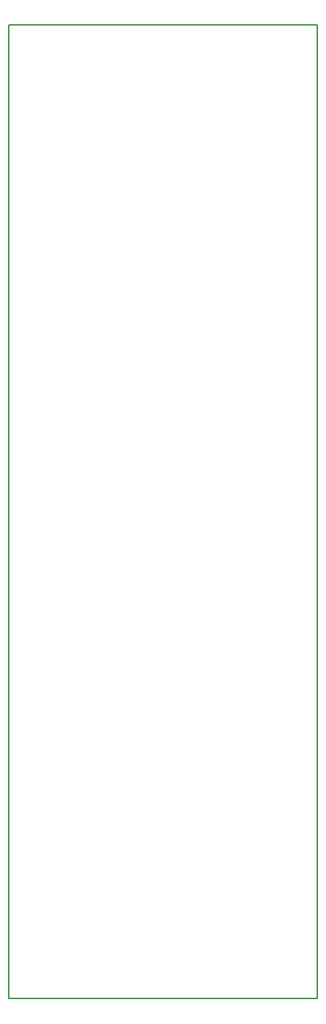
<source format=gbo>
G04 MADE WITH FRITZING*
G04 WWW.FRITZING.ORG*
G04 DOUBLE SIDED*
G04 HOLES PLATED*
G04 CONTOUR ON CENTER OF CONTOUR VECTOR*
%ASAXBY*%
%FSLAX23Y23*%
%MOIN*%
%OFA0B0*%
%SFA1.0B1.0*%
%ADD10R,1.419250X4.448830X1.403250X4.432830*%
%ADD11C,0.008000*%
%LNSILK0*%
G90*
G70*
G54D11*
X4Y4445D02*
X1415Y4445D01*
X1415Y4D01*
X4Y4D01*
X4Y4445D01*
D02*
G04 End of Silk0*
M02*
</source>
